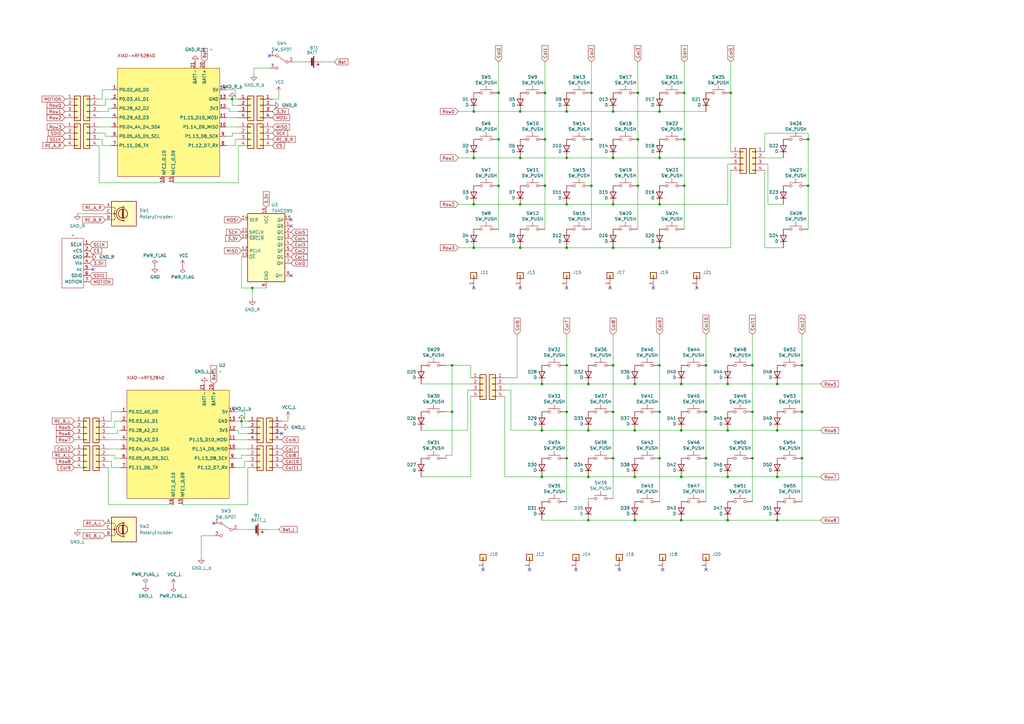
<source format=kicad_sch>
(kicad_sch (version 20250114) (generator "eeschema") (generator_version "9.0")
  (paper "A3")
  (title_block (title "nofy"))
  (junction (at 279.4 157.48))
  (junction (at 232.41 168.91))
  (junction (at 241.3 176.53))
  (junction (at 308.61 168.91))
  (junction (at 185.42 168.91))
  (junction (at 242.57 57.15))
  (junction (at 194.31 64.77))
  (junction (at 331.47 57.15))
  (junction (at 223.52 57.15))
  (junction (at 298.45 213.36))
  (junction (at 232.41 149.86))
  (junction (at 299.72 38.1))
  (junction (at 270.51 149.86))
  (junction (at 213.36 45.72))
  (junction (at 279.4 176.53))
  (junction (at 204.47 38.1))
  (junction (at 223.52 38.1))
  (junction (at 289.56 149.86))
  (junction (at 270.51 45.72))
  (junction (at 251.46 83.82))
  (junction (at 261.62 57.15))
  (junction (at 222.25 195.58))
  (junction (at 270.51 64.77))
  (junction (at 261.62 38.1))
  (junction (at 260.35 157.48))
  (junction (at 308.61 149.86))
  (junction (at 194.31 83.82))
  (junction (at 328.93 187.96))
  (junction (at 241.3 195.58))
  (junction (at 194.31 45.72))
  (junction (at 251.46 45.72))
  (junction (at 270.51 83.82))
  (junction (at 251.46 101.6))
  (junction (at 280.67 38.1))
  (junction (at 328.93 149.86))
  (junction (at 289.56 187.96))
  (junction (at 279.4 213.36))
  (junction (at 251.46 168.91))
  (junction (at 289.56 168.91))
  (junction (at 232.41 83.82))
  (junction (at 331.47 76.2))
  (junction (at 204.47 76.2))
  (junction (at 318.77 213.36))
  (junction (at 308.61 187.96))
  (junction (at 318.77 195.58))
  (junction (at 251.46 187.96))
  (junction (at 260.35 176.53))
  (junction (at 222.25 176.53))
  (junction (at 232.41 101.6))
  (junction (at 213.36 83.82))
  (junction (at 241.3 157.48))
  (junction (at 232.41 187.96))
  (junction (at 260.35 213.36))
  (junction (at 95.25 40.64))
  (junction (at 213.36 64.77))
  (junction (at 185.42 149.86))
  (junction (at 242.57 38.1))
  (junction (at 318.77 157.48))
  (junction (at 241.3 213.36))
  (junction (at 232.41 45.72))
  (junction (at 280.67 76.2))
  (junction (at 270.51 187.96))
  (junction (at 223.52 76.2))
  (junction (at 251.46 64.77))
  (junction (at 251.46 149.86))
  (junction (at 270.51 168.91))
  (junction (at 328.93 168.91))
  (junction (at 318.77 176.53))
  (junction (at 103.505 118.11))
  (junction (at 261.62 76.2))
  (junction (at 213.36 101.6))
  (junction (at 232.41 64.77))
  (junction (at 298.45 195.58))
  (junction (at 270.51 101.6))
  (junction (at 298.45 157.48))
  (junction (at 260.35 195.58))
  (junction (at 194.31 101.6))
  (junction (at 280.67 57.15))
  (junction (at 222.25 157.48))
  (junction (at 298.45 176.53))
  (junction (at 279.4 195.58))
  (junction (at 99.06 172.72))
  (junction (at 204.47 57.15))
  (junction (at 242.57 76.2))
  (no_connect (at 267.97 118.11))
  (no_connect (at 232.41 118.11))
  (no_connect (at 119.38 92.71))
  (no_connect (at 110.49 22.86))
  (no_connect (at 289.56 233.68))
  (no_connect (at 236.22 233.68))
  (no_connect (at 87.63 214.63))
  (no_connect (at 250.19 118.11))
  (no_connect (at 285.75 118.11))
  (no_connect (at 198.12 233.68))
  (no_connect (at 115.57 177.8))
  (no_connect (at 119.38 90.17))
  (no_connect (at 38.1 110.49))
  (no_connect (at 271.78 233.68))
  (no_connect (at 217.17 233.68))
  (no_connect (at 254 233.68))
  (no_connect (at 119.38 113.03))
  (no_connect (at 194.31 118.11))
  (no_connect (at 213.36 118.11))
  (wire (pts (xy 95.25 43.18) (xy 97.79 43.18)))
  (wire (pts (xy 298.45 213.36) (xy 318.77 213.36)))
  (wire (pts (xy 279.4 213.36) (xy 298.45 213.36)))
  (wire (pts (xy 298.45 176.53) (xy 318.77 176.53)))
  (wire (pts (xy 251.46 101.6) (xy 270.51 101.6)))
  (wire (pts (xy 96.52 176.53) (xy 97.79 176.53)))
  (wire (pts (xy 209.55 176.53) (xy 222.25 176.53)))
  (wire (pts (xy 251.46 83.82) (xy 232.41 83.82)))
  (wire (pts (xy 298.45 195.58) (xy 318.77 195.58)))
  (wire (pts (xy 308.61 187.96) (xy 308.61 205.74)))
  (wire (pts (xy 96.52 187.96) (xy 99.06 187.96)))
  (wire (pts (xy 71.12 74.93) (xy 97.79 74.93)))
  (wire (pts (xy 251.46 64.77) (xy 232.41 64.77)))
  (wire (pts (xy 313.69 64.77) (xy 321.31 64.77)))
  (wire (pts (xy 82.55 219.71) (xy 82.55 228.6)))
  (wire (pts (xy 40.64 45.72) (xy 44.45 45.72)))
  (wire (pts (xy 100.33 191.77) (xy 100.33 189.23)))
  (wire (pts (xy 213.36 83.82) (xy 194.31 83.82)))
  (wire (pts (xy 92.71 48.26) (xy 97.79 48.26)))
  (wire (pts (xy 207.01 160.02) (xy 209.55 160.02)))
  (wire (pts (xy 40.64 59.69) (xy 40.64 74.93)))
  (wire (pts (xy 44.45 44.45) (xy 44.45 45.72)))
  (wire (pts (xy 185.42 186.69) (xy 185.42 168.91)))
  (wire (pts (xy 232.41 168.91) (xy 232.41 187.96)))
  (wire (pts (xy 96.52 191.77) (xy 100.33 191.77)))
  (wire (pts (xy 279.4 213.36) (xy 260.35 213.36)))
  (wire (pts (xy 45.72 172.72) (xy 44.45 172.72)))
  (wire (pts (xy 209.55 160.02) (xy 209.55 176.53)))
  (wire (pts (xy 251.46 187.96) (xy 251.46 204.47)))
  (wire (pts (xy 289.56 168.91) (xy 289.56 187.96)))
  (wire (pts (xy 100.33 172.72) (xy 101.6 172.72)))
  (wire (pts (xy 223.52 25.4) (xy 223.52 38.1)))
  (wire (pts (xy 49.53 187.96) (xy 46.99 187.96)))
  (wire (pts (xy 118.11 171.45) (xy 118.11 172.72)))
  (wire (pts (xy 270.51 45.72) (xy 251.46 45.72)))
  (wire (pts (xy 194.31 45.72) (xy 187.96 45.72)))
  (wire (pts (xy 92.71 36.83) (xy 96.52 36.83)))
  (wire (pts (xy 41.91 57.15) (xy 40.64 57.15)))
  (wire (pts (xy 331.47 54.61) (xy 331.47 57.15)))
  (wire (pts (xy 132.08 25.4) (xy 137.16 25.4)))
  (wire (pts (xy 241.3 204.47) (xy 241.3 205.74)))
  (wire (pts (xy 191.77 176.53) (xy 172.72 176.53)))
  (wire (pts (xy 331.47 76.2) (xy 331.47 93.98)))
  (wire (pts (xy 101.6 207.01) (xy 101.6 191.77)))
  (wire (pts (xy 120.65 25.4) (xy 124.46 25.4)))
  (wire (pts (xy 193.04 162.56) (xy 193.04 195.58)))
  (wire (pts (xy 92.71 44.45) (xy 93.98 44.45)))
  (wire (pts (xy 45.72 168.91) (xy 45.72 172.72)))
  (wire (pts (xy 270.51 168.91) (xy 270.51 187.96)))
  (wire (pts (xy 46.99 186.69) (xy 44.45 186.69)))
  (wire (pts (xy 40.64 52.07) (xy 45.72 52.07)))
  (wire (pts (xy 270.51 83.82) (xy 298.45 83.82)))
  (wire (pts (xy 207.01 195.58) (xy 222.25 195.58)))
  (wire (pts (xy 242.57 76.2) (xy 242.57 93.98)))
  (wire (pts (xy 242.57 25.4) (xy 242.57 38.1)))
  (wire (pts (xy 104.14 27.94) (xy 104.14 30.48)))
  (wire (pts (xy 313.69 69.85) (xy 313.69 101.6)))
  (wire (pts (xy 213.36 101.6) (xy 194.31 101.6)))
  (wire (pts (xy 331.47 57.15) (xy 331.47 76.2)))
  (wire (pts (xy 299.72 69.85) (xy 299.72 101.6)))
  (wire (pts (xy 279.4 195.58) (xy 298.45 195.58)))
  (wire (pts (xy 31.75 217.17) (xy 43.18 217.17)))
  (wire (pts (xy 97.79 177.8) (xy 101.6 177.8)))
  (wire (pts (xy 280.67 76.2) (xy 280.67 93.98)))
  (wire (pts (xy 182.88 186.69) (xy 182.88 187.96)))
  (wire (pts (xy 96.52 168.91) (xy 100.33 168.91)))
  (wire (pts (xy 260.35 195.58) (xy 241.3 195.58)))
  (wire (pts (xy 270.51 137.16) (xy 270.51 149.86)))
  (wire (pts (xy 74.93 207.01) (xy 101.6 207.01)))
  (wire (pts (xy 43.18 55.88) (xy 43.18 54.61)))
  (wire (pts (xy 251.46 149.86) (xy 251.46 168.91)))
  (wire (pts (xy 46.99 187.96) (xy 46.99 186.69)))
  (wire (pts (xy 207.01 162.56) (xy 207.01 195.58)))
  (wire (pts (xy 313.69 62.23) (xy 313.69 54.61)))
  (wire (pts (xy 41.91 36.83) (xy 41.91 40.64)))
  (wire (pts (xy 43.18 54.61) (xy 40.64 54.61)))
  (wire (pts (xy 87.63 219.71) (xy 82.55 219.71)))
  (wire (pts (xy 110.49 27.94) (xy 104.14 27.94)))
  (wire (pts (xy 45.72 40.64) (xy 43.18 40.64)))
  (wire (pts (xy 313.69 67.31) (xy 314.96 67.31)))
  (wire (pts (xy 204.47 57.15) (xy 204.47 76.2)))
  (wire (pts (xy 212.09 137.16) (xy 212.09 154.94)))
  (wire (pts (xy 46.99 175.26) (xy 44.45 175.26)))
  (wire (pts (xy 46.99 172.72) (xy 46.99 175.26)))
  (wire (pts (xy 95.25 54.61) (xy 97.79 54.61)))
  (wire (pts (xy 44.45 207.01) (xy 44.45 191.77)))
  (wire (pts (xy 172.72 157.48) (xy 193.04 157.48)))
  (wire (pts (xy 103.505 118.11) (xy 103.505 122.555)))
  (wire (pts (xy 45.72 44.45) (xy 44.45 44.45)))
  (wire (pts (xy 279.4 176.53) (xy 260.35 176.53)))
  (wire (pts (xy 45.72 191.77) (xy 45.72 189.23)))
  (wire (pts (xy 232.41 45.72) (xy 213.36 45.72)))
  (wire (pts (xy 45.72 189.23) (xy 44.45 189.23)))
  (wire (pts (xy 328.93 187.96) (xy 328.93 205.74)))
  (wire (pts (xy 261.62 25.4) (xy 261.62 38.1)))
  (wire (pts (xy 328.93 137.16) (xy 328.93 149.86)))
  (wire (pts (xy 289.56 149.86) (xy 289.56 168.91)))
  (wire (pts (xy 289.56 187.96) (xy 289.56 205.74)))
  (wire (pts (xy 308.61 149.86) (xy 308.61 168.91)))
  (wire (pts (xy 232.41 101.6) (xy 213.36 101.6)))
  (wire (pts (xy 261.62 38.1) (xy 261.62 57.15)))
  (wire (pts (xy 204.47 38.1) (xy 204.47 57.15)))
  (wire (pts (xy 251.46 101.6) (xy 232.41 101.6)))
  (wire (pts (xy 241.3 195.58) (xy 222.25 195.58)))
  (wire (pts (xy 299.72 64.77) (xy 270.51 64.77)))
  (wire (pts (xy 100.33 189.23) (xy 101.6 189.23)))
  (wire (pts (xy 114.3 40.64) (xy 114.3 38.1)))
  (wire (pts (xy 96.52 172.72) (xy 99.06 172.72)))
  (wire (pts (xy 270.51 149.86) (xy 270.51 168.91)))
  (wire (pts (xy 95.25 40.64) (xy 95.25 43.18)))
  (wire (pts (xy 270.51 45.72) (xy 289.56 45.72)))
  (wire (pts (xy 308.61 137.16) (xy 308.61 149.86)))
  (wire (pts (xy 242.57 57.15) (xy 242.57 76.2)))
  (wire (pts (xy 298.45 157.48) (xy 318.77 157.48)))
  (wire (pts (xy 31.75 87.63) (xy 43.18 87.63)))
  (wire (pts (xy 49.53 191.77) (xy 45.72 191.77)))
  (wire (pts (xy 241.3 176.53) (xy 222.25 176.53)))
  (wire (pts (xy 270.51 64.77) (xy 251.46 64.77)))
  (wire (pts (xy 213.36 64.77) (xy 194.31 64.77)))
  (wire (pts (xy 260.35 157.48) (xy 241.3 157.48)))
  (wire (pts (xy 41.91 40.64) (xy 40.64 40.64)))
  (wire (pts (xy 49.53 168.91) (xy 45.72 168.91)))
  (wire (pts (xy 96.52 59.69) (xy 96.52 57.15)))
  (wire (pts (xy 99.06 172.72) (xy 99.06 175.26)))
  (wire (pts (xy 193.04 195.58) (xy 172.72 195.58)))
  (wire (pts (xy 92.71 40.64) (xy 95.25 40.64)))
  (wire (pts (xy 313.69 101.6) (xy 321.31 101.6)))
  (wire (pts (xy 40.64 48.26) (xy 45.72 48.26)))
  (wire (pts (xy 232.41 64.77) (xy 213.36 64.77)))
  (wire (pts (xy 314.96 83.82) (xy 321.31 83.82)))
  (wire (pts (xy 260.35 176.53) (xy 241.3 176.53)))
  (wire (pts (xy 191.77 160.02) (xy 191.77 176.53)))
  (wire (pts (xy 111.76 40.64) (xy 114.3 40.64)))
  (wire (pts (xy 318.77 176.53) (xy 336.55 176.53)))
  (wire (pts (xy 95.25 55.88) (xy 95.25 54.61)))
  (wire (pts (xy 96.52 40.64) (xy 97.79 40.64)))
  (wire (pts (xy 299.72 67.31) (xy 298.45 67.31)))
  (wire (pts (xy 194.31 64.77) (xy 187.96 64.77)))
  (wire (pts (xy 99.06 186.69) (xy 101.6 186.69)))
  (wire (pts (xy 93.98 44.45) (xy 93.98 45.72)))
  (wire (pts (xy 279.4 195.58) (xy 260.35 195.58)))
  (wire (pts (xy 261.62 76.2) (xy 261.62 93.98)))
  (wire (pts (xy 251.46 45.72) (xy 232.41 45.72)))
  (wire (pts (xy 182.88 186.69) (xy 185.42 186.69)))
  (wire (pts (xy 45.72 59.69) (xy 41.91 59.69)))
  (wire (pts (xy 241.3 157.48) (xy 222.25 157.48)))
  (wire (pts (xy 96.52 184.15) (xy 101.6 184.15)))
  (wire (pts (xy 251.46 137.16) (xy 251.46 149.86)))
  (wire (pts (xy 92.71 59.69) (xy 96.52 59.69)))
  (wire (pts (xy 100.33 168.91) (xy 100.33 172.72)))
  (wire (pts (xy 97.79 59.69) (xy 97.79 74.93)))
  (wire (pts (xy 182.88 149.86) (xy 185.42 149.86)))
  (wire (pts (xy 207.01 157.48) (xy 222.25 157.48)))
  (wire (pts (xy 48.26 176.53) (xy 48.26 177.8)))
  (wire (pts (xy 99.06 105.41) (xy 99.06 118.11)))
  (wire (pts (xy 204.47 25.4) (xy 204.47 38.1)))
  (wire (pts (xy 314.96 67.31) (xy 314.96 83.82)))
  (wire (pts (xy 280.67 57.15) (xy 280.67 76.2)))
  (wire (pts (xy 328.93 168.91) (xy 328.93 187.96)))
  (wire (pts (xy 232.41 149.86) (xy 232.41 168.91)))
  (wire (pts (xy 298.45 67.31) (xy 298.45 83.82)))
  (wire (pts (xy 93.98 45.72) (xy 97.79 45.72)))
  (wire (pts (xy 193.04 160.02) (xy 191.77 160.02)))
  (wire (pts (xy 270.51 187.96) (xy 270.51 205.74)))
  (wire (pts (xy 242.57 38.1) (xy 242.57 57.15)))
  (wire (pts (xy 44.45 184.15) (xy 49.53 184.15)))
  (wire (pts (xy 187.96 101.6) (xy 194.31 101.6)))
  (wire (pts (xy 115.57 172.72) (xy 118.11 172.72)))
  (wire (pts (xy 223.52 38.1) (xy 223.52 57.15)))
  (wire (pts (xy 299.72 101.6) (xy 270.51 101.6)))
  (wire (pts (xy 212.09 154.94) (xy 207.01 154.94)))
  (wire (pts (xy 194.31 83.82) (xy 187.96 83.82)))
  (wire (pts (xy 280.67 38.1) (xy 280.67 57.15)))
  (wire (pts (xy 313.69 54.61) (xy 331.47 54.61)))
  (wire (pts (xy 280.67 25.4) (xy 280.67 38.1)))
  (wire (pts (xy 109.22 118.11) (xy 103.505 118.11)))
  (wire (pts (xy 299.72 25.4) (xy 299.72 38.1)))
  (wire (pts (xy 279.4 157.48) (xy 260.35 157.48)))
  (wire (pts (xy 99.06 118.11) (xy 103.505 118.11)))
  (wire (pts (xy 241.3 213.36) (xy 222.25 213.36)))
  (wire (pts (xy 270.51 83.82) (xy 251.46 83.82)))
  (wire (pts (xy 232.41 137.16) (xy 232.41 149.86)))
  (wire (pts (xy 99.06 175.26) (xy 101.6 175.26)))
  (wire (pts (xy 49.53 172.72) (xy 46.99 172.72)))
  (wire (pts (xy 193.04 149.86) (xy 193.04 154.94)))
  (wire (pts (xy 318.77 213.36) (xy 336.55 213.36)))
  (wire (pts (xy 204.47 76.2) (xy 204.47 93.98)))
  (wire (pts (xy 41.91 59.69) (xy 41.91 57.15)))
  (wire (pts (xy 251.46 168.91) (xy 251.46 187.96)))
  (wire (pts (xy 97.79 176.53) (xy 97.79 177.8)))
  (wire (pts (xy 44.45 180.34) (xy 49.53 180.34)))
  (wire (pts (xy 45.72 55.88) (xy 43.18 55.88)))
  (wire (pts (xy 185.42 149.86) (xy 185.42 168.91)))
  (wire (pts (xy 279.4 176.53) (xy 298.45 176.53)))
  (wire (pts (xy 49.53 176.53) (xy 48.26 176.53)))
  (wire (pts (xy 44.45 177.8) (xy 48.26 177.8)))
  (wire (pts (xy 328.93 149.86) (xy 328.93 168.91)))
  (wire (pts (xy 318.77 195.58) (xy 336.55 195.58)))
  (wire (pts (xy 71.12 207.01) (xy 44.45 207.01)))
  (wire (pts (xy 279.4 157.48) (xy 298.45 157.48)))
  (wire (pts (xy 182.88 168.91) (xy 185.42 168.91)))
  (wire (pts (xy 223.52 57.15) (xy 223.52 76.2)))
  (wire (pts (xy 213.36 45.72) (xy 194.31 45.72)))
  (wire (pts (xy 96.52 57.15) (xy 97.79 57.15)))
  (wire (pts (xy 318.77 157.48) (xy 336.55 157.48)))
  (wire (pts (xy 109.22 217.17) (xy 114.3 217.17)))
  (wire (pts (xy 261.62 57.15) (xy 261.62 76.2)))
  (wire (pts (xy 299.72 38.1) (xy 299.72 62.23)))
  (wire (pts (xy 45.72 36.83) (xy 41.91 36.83)))
  (wire (pts (xy 260.35 213.36) (xy 241.3 213.36)))
  (wire (pts (xy 67.31 74.93) (xy 40.64 74.93)))
  (wire (pts (xy 38.1 110.49) (xy 36.83 110.49)))
  (wire (pts (xy 96.52 180.34) (xy 101.6 180.34)))
  (wire (pts (xy 92.71 55.88) (xy 95.25 55.88)))
  (wire (pts (xy 99.06 187.96) (xy 99.06 186.69)))
  (wire (pts (xy 308.61 168.91) (xy 308.61 187.96)))
  (wire (pts (xy 232.41 187.96) (xy 232.41 205.74)))
  (wire (pts (xy 97.79 217.17) (xy 101.6 217.17)))
  (wire (pts (xy 232.41 83.82) (xy 213.36 83.82)))
  (wire (pts (xy 289.56 137.16) (xy 289.56 149.86)))
  (wire (pts (xy 96.52 36.83) (xy 96.52 40.64)))
  (wire (pts (xy 185.42 149.86) (xy 193.04 149.86)))
  (wire (pts (xy 43.18 40.64) (xy 43.18 43.18)))
  (wire (pts (xy 92.71 52.07) (xy 97.79 52.07)))
  (wire (pts (xy 43.18 43.18) (xy 40.64 43.18)))
  (wire (pts (xy 223.52 76.2) (xy 223.52 93.98)))
  (global_label "Row1" (shape input) (at 26.67 45.72 180) (property "Intersheetrefs" "${INTERSHEET_REFS}" (effects (hide yes))))
  (global_label "Row2" (shape input) (at 187.96 83.82 180) (property "Intersheetrefs" "${INTERSHEET_REFS}" (effects (hide yes))))
  (global_label "Col6" (shape input) (at 115.57 180.34 0) (property "Intersheetrefs" "${INTERSHEET_REFS}" (effects (hide yes))))
  (global_label "Row1" (shape input) (at 187.96 64.77 180) (property "Intersheetrefs" "${INTERSHEET_REFS}" (effects (hide yes))))
  (global_label "Col0" (shape input) (at 119.38 107.95 0) (property "Intersheetrefs" "${INTERSHEET_REFS}" (effects (hide yes))))
  (global_label "Col3" (shape input) (at 261.62 25.4 90) (property "Intersheetrefs" "${INTERSHEET_REFS}" (effects (hide yes))))
  (global_label "RE_A_L" (shape input) (at 43.18 214.63 180) (property "Intersheetrefs" "${INTERSHEET_REFS}" (effects (hide yes))))
  (global_label "RE_A_R" (shape input) (at 26.67 59.69 180) (property "Intersheetrefs" "${INTERSHEET_REFS}" (effects (hide yes))))
  (global_label "3.3V" (shape input) (at 36.83 107.95 0) (property "Intersheetrefs" "${INTERSHEET_REFS}" (effects (hide yes))))
  (global_label "Bat_L" (shape input) (at 87.63 157.48 90) (property "Intersheetrefs" "${INTERSHEET_REFS}" (effects (hide yes))))
  (global_label "MISO" (shape input) (at 99.06 102.87 180) (property "Intersheetrefs" "${INTERSHEET_REFS}" (effects (hide yes))))
  (global_label "Col7" (shape input) (at 232.41 137.16 90) (property "Intersheetrefs" "${INTERSHEET_REFS}" (effects (hide yes))))
  (global_label "Col9" (shape input) (at 30.48 191.77 180) (property "Intersheetrefs" "${INTERSHEET_REFS}" (effects (hide yes))))
  (global_label "Col3" (shape input) (at 119.38 100.33 0) (property "Intersheetrefs" "${INTERSHEET_REFS}" (effects (hide yes))))
  (global_label "CS" (shape input) (at 36.83 102.87 0) (property "Intersheetrefs" "${INTERSHEET_REFS}" (effects (hide yes))))
  (global_label "SDIO" (shape input) (at 26.67 54.61 180) (property "Intersheetrefs" "${INTERSHEET_REFS}" (effects (hide yes))))
  (global_label "MOTION" (shape input) (at 36.83 115.57 0) (property "Intersheetrefs" "${INTERSHEET_REFS}" (effects (hide yes))))
  (global_label "Col6" (shape input) (at 212.09 137.16 90) (property "Intersheetrefs" "${INTERSHEET_REFS}" (effects (hide yes))))
  (global_label "Col12" (shape input) (at 328.93 137.16 90) (property "Intersheetrefs" "${INTERSHEET_REFS}" (effects (hide yes))))
  (global_label "Bat_L" (shape input) (at 114.3 217.17 0) (property "Intersheetrefs" "${INTERSHEET_REFS}" (effects (hide yes))))
  (global_label "Col11" (shape input) (at 308.61 137.16 90) (property "Intersheetrefs" "${INTERSHEET_REFS}" (effects (hide yes))))
  (global_label "3.3V" (shape input) (at 109.22 85.09 90) (property "Intersheetrefs" "${INTERSHEET_REFS}" (effects (hide yes))))
  (global_label "Row6" (shape input) (at 336.55 176.53 0) (property "Intersheetrefs" "${INTERSHEET_REFS}" (effects (hide yes))))
  (global_label "Row0" (shape input) (at 187.96 45.72 180) (property "Intersheetrefs" "${INTERSHEET_REFS}" (effects (hide yes))))
  (global_label "Col7" (shape input) (at 115.57 184.15 0) (property "Intersheetrefs" "${INTERSHEET_REFS}" (effects (hide yes))))
  (global_label "Col8" (shape input) (at 251.46 137.16 90) (property "Intersheetrefs" "${INTERSHEET_REFS}" (effects (hide yes))))
  (global_label "MISO" (shape input) (at 111.76 52.07 0) (property "Intersheetrefs" "${INTERSHEET_REFS}" (effects (hide yes))))
  (global_label "RE_B_R" (shape input) (at 43.18 90.17 180) (property "Intersheetrefs" "${INTERSHEET_REFS}" (effects (hide yes))))
  (global_label "Row2" (shape input) (at 26.67 48.26 180) (property "Intersheetrefs" "${INTERSHEET_REFS}" (effects (hide yes))))
  (global_label "Row5" (shape input) (at 336.55 157.48 0) (property "Intersheetrefs" "${INTERSHEET_REFS}" (effects (hide yes))))
  (global_label "Col10" (shape input) (at 115.57 189.23 0) (property "Intersheetrefs" "${INTERSHEET_REFS}" (effects (hide yes))))
  (global_label "Col1" (shape input) (at 119.38 105.41 0) (property "Intersheetrefs" "${INTERSHEET_REFS}" (effects (hide yes))))
  (global_label "Bat" (shape input) (at 83.82 25.4 90) (property "Intersheetrefs" "${INTERSHEET_REFS}" (effects (hide yes))))
  (global_label "SCK" (shape input) (at 111.76 54.61 0) (property "Intersheetrefs" "${INTERSHEET_REFS}" (effects (hide yes))))
  (global_label "Col2" (shape input) (at 119.38 102.87 0) (property "Intersheetrefs" "${INTERSHEET_REFS}" (effects (hide yes))))
  (global_label "MOTION" (shape input) (at 26.67 40.64 180) (property "Intersheetrefs" "${INTERSHEET_REFS}" (effects (hide yes))))
  (global_label "Col11" (shape input) (at 115.57 191.77 0) (property "Intersheetrefs" "${INTERSHEET_REFS}" (effects (hide yes))))
  (global_label "Row8" (shape input) (at 30.48 189.23 180) (property "Intersheetrefs" "${INTERSHEET_REFS}" (effects (hide yes))))
  (global_label "RE_A_R" (shape input) (at 43.18 85.09 180) (property "Intersheetrefs" "${INTERSHEET_REFS}" (effects (hide yes))))
  (global_label "Row3" (shape input) (at 187.96 101.6 180) (property "Intersheetrefs" "${INTERSHEET_REFS}" (effects (hide yes))))
  (global_label "SDIO" (shape input) (at 36.83 113.03 0) (property "Intersheetrefs" "${INTERSHEET_REFS}" (effects (hide yes))))
  (global_label "3.3V" (shape input) (at 99.06 97.79 180) (property "Intersheetrefs" "${INTERSHEET_REFS}" (effects (hide yes))))
  (global_label "Col4" (shape input) (at 280.67 25.4 90) (property "Intersheetrefs" "${INTERSHEET_REFS}" (effects (hide yes))))
  (global_label "Col4" (shape input) (at 119.38 97.79 0) (property "Intersheetrefs" "${INTERSHEET_REFS}" (effects (hide yes))))
  (global_label "RE_A_L" (shape input) (at 30.48 186.69 180) (property "Intersheetrefs" "${INTERSHEET_REFS}" (effects (hide yes))))
  (global_label "Row3" (shape input) (at 26.67 52.07 180) (property "Intersheetrefs" "${INTERSHEET_REFS}" (effects (hide yes))))
  (global_label "SCLK" (shape input) (at 26.67 57.15 180) (property "Intersheetrefs" "${INTERSHEET_REFS}" (effects (hide yes))))
  (global_label "3.3V" (shape input) (at 111.76 45.72 0) (property "Intersheetrefs" "${INTERSHEET_REFS}" (effects (hide yes))))
  (global_label "Col2" (shape input) (at 242.57 25.4 90) (property "Intersheetrefs" "${INTERSHEET_REFS}" (effects (hide yes))))
  (global_label "RE_B_L" (shape input) (at 43.18 219.71 180) (property "Intersheetrefs" "${INTERSHEET_REFS}" (effects (hide yes))))
  (global_label "Col5" (shape input) (at 299.72 25.4 90) (property "Intersheetrefs" "${INTERSHEET_REFS}" (effects (hide yes))))
  (global_label "Bat" (shape input) (at 137.16 25.4 0) (property "Intersheetrefs" "${INTERSHEET_REFS}" (effects (hide yes))))
  (global_label "RE_B_R" (shape input) (at 111.76 57.15 0) (property "Intersheetrefs" "${INTERSHEET_REFS}" (effects (hide yes))))
  (global_label "Row0" (shape input) (at 26.67 43.18 180) (property "Intersheetrefs" "${INTERSHEET_REFS}" (effects (hide yes))))
  (global_label "Col8" (shape input) (at 115.57 186.69 0) (property "Intersheetrefs" "${INTERSHEET_REFS}" (effects (hide yes))))
  (global_label "Row7" (shape input) (at 336.55 195.58 0) (property "Intersheetrefs" "${INTERSHEET_REFS}" (effects (hide yes))))
  (global_label "Row8" (shape input) (at 336.55 213.36 0) (property "Intersheetrefs" "${INTERSHEET_REFS}" (effects (hide yes))))
  (global_label "Col10" (shape input) (at 289.56 137.16 90) (property "Intersheetrefs" "${INTERSHEET_REFS}" (effects (hide yes))))
  (global_label "Col9" (shape input) (at 270.51 137.16 90) (property "Intersheetrefs" "${INTERSHEET_REFS}" (effects (hide yes))))
  (global_label "SCLK" (shape input) (at 36.83 100.33 0) (property "Intersheetrefs" "${INTERSHEET_REFS}" (effects (hide yes))))
  (global_label "Col1" (shape input) (at 223.52 25.4 90) (property "Intersheetrefs" "${INTERSHEET_REFS}" (effects (hide yes))))
  (global_label "Row5" (shape input) (at 30.48 175.26 180) (property "Intersheetrefs" "${INTERSHEET_REFS}" (effects (hide yes))))
  (global_label "Row7" (shape input) (at 30.48 180.34 180) (property "Intersheetrefs" "${INTERSHEET_REFS}" (effects (hide yes))))
  (global_label "MOSI" (shape input) (at 99.06 90.17 180) (property "Intersheetrefs" "${INTERSHEET_REFS}" (effects (hide yes))))
  (global_label "Row6" (shape input) (at 30.48 177.8 180) (property "Intersheetrefs" "${INTERSHEET_REFS}" (effects (hide yes))))
  (global_label "CS" (shape input) (at 111.76 59.69 0) (property "Intersheetrefs" "${INTERSHEET_REFS}" (effects (hide yes))))
  (global_label "SCK" (shape input) (at 99.06 95.25 180) (property "Intersheetrefs" "${INTERSHEET_REFS}" (effects (hide yes))))
  (global_label "Col12" (shape input) (at 30.48 184.15 180) (property "Intersheetrefs" "${INTERSHEET_REFS}" (effects (hide yes))))
  (global_label "Col5" (shape input) (at 119.38 95.25 0) (property "Intersheetrefs" "${INTERSHEET_REFS}" (effects (hide yes))))
  (global_label "MOSI" (shape input) (at 111.76 48.26 0) (property "Intersheetrefs" "${INTERSHEET_REFS}" (effects (hide yes))))
  (global_label "RE_B_L" (shape input) (at 30.48 172.72 180) (property "Intersheetrefs" "${INTERSHEET_REFS}" (effects (hide yes))))
  (global_label "Col0" (shape input) (at 204.47 25.4 90) (property "Intersheetrefs" "${INTERSHEET_REFS}" (effects (hide yes))))
  (symbol (lib_id "Device:D") (at 270.51 97.79 270) (mirror x) (unit 1)
    (property "Reference" "D20" (at 268.5034 96.6216 90) (effects (justify right)))
    (property "Value" "D" (at 268.5034 98.933 90) (effects (justify right)))
    (property "Footprint" "_kicad_footprints:Diode_SMD" (effects (hide yes)))
  )
  (symbol (lib_id "Switch:SW_Push") (at 326.39 76.2 0) (mirror y) (unit 1)
    (property "Reference" "SW27" (at 326.39 69.723 0))
    (property "Value" "SW_PUSH" (at 326.39 72.0344 0))
    (property "Footprint" "nofy:Choc_v2_Hotswap_1u_17mm" (effects (hide yes)))
  )
  (symbol (lib_id "nofy:PIn1x4") (at 102.87 62.23 0) (unit 1)
    (property "Reference" "J35" (effects (hide yes)))
    (property "Value" "PIn1x4" (effects (hide yes)))
    (property "Footprint" "nofy:Pin1x4" (effects (hide yes)))
  )
  (symbol (lib_id "Switch:SW_Push") (at 237.49 76.2 0) (mirror y) (unit 1)
    (property "Reference" "SW15" (at 237.49 69.723 0))
    (property "Value" "SW_PUSH" (at 237.49 72.0344 0))
    (property "Footprint" "nofy:Choc_v2_Hotswap_1u_17mm" (effects (hide yes)))
  )
  (symbol (lib_id "Switch:SW_Push") (at 294.64 38.1 0) (mirror y) (unit 1)
    (property "Reference" "SW25" (at 294.64 31.623 0))
    (property "Value" "SW_PUSH" (at 294.64 33.9344 0))
    (property "Footprint" "nofy:Choc_v2_Hotswap_1u_17mm" (effects (hide yes)))
  )
  (symbol (lib_id "power:GND") (at 59.69 240.03 0) (unit 1)
    (property "Reference" "#PWR03" (effects (hide yes)))
    (property "Value" "GND_L" (at 59.817 244.4242 0))
  )
  (symbol (lib_id "Connector_Generic:Conn_01x01") (at 217.17 228.6 90) (unit 1)
    (property "Reference" "J12" (at 219.71 227.3299 90) (effects (justify right)))
    (property "Value" "Conn_01x01-Connector_Generic" (effects (hide yes)))
    (property "Footprint" "nofy:MountingHole_2.2mm_M2" (effects (hide yes)))
    (property "Description" "Generic connector, single row, 01x01, script generated (kicad-library-utils/schlib/autogen/connector/)" (effects (hide yes)))
  )
  (symbol (lib_id "nofy:PIn1x4") (at 106.68 50.8 0) (mirror y) (unit 1)
    (property "Reference" "J38" (effects (hide yes)))
    (property "Value" "PIn1x4" (effects (hide yes)))
    (property "Footprint" "nofy:Pin1x4" (effects (hide yes)))
  )
  (symbol (lib_id "Switch:SW_Push") (at 177.8 168.91 0) (mirror y) (unit 1)
    (property "Reference" "SW30" (at 177.8 162.433 0))
    (property "Value" "SW_PUSH" (at 177.8 164.7444 0))
    (property "Footprint" "nofy:Choc_v2_Hotswap_1u_17mm" (effects (hide yes)))
  )
  (symbol (lib_id "Connector_Generic:Conn_01x01") (at 198.12 228.6 90) (unit 1)
    (property "Reference" "J10" (at 200.66 227.3299 90) (effects (justify right)))
    (property "Value" "Conn_01x01-Connector_Generic" (effects (hide yes)))
    (property "Footprint" "nofy:MountingHole_2.2mm_M2" (effects (hide yes)))
    (property "Description" "Generic connector, single row, 01x01, script generated (kicad-library-utils/schlib/autogen/connector/)" (effects (hide yes)))
  )
  (symbol (lib_id "Device:D") (at 279.4 153.67 270) (mirror x) (unit 1)
    (property "Reference" "D40" (at 277.3934 152.5016 90) (effects (justify right)))
    (property "Value" "D" (at 277.3934 154.813 90) (effects (justify right)))
    (property "Footprint" "_kicad_footprints:Diode_SMD" (effects (hide yes)))
  )
  (symbol (lib_id "Device:D") (at 172.72 153.67 270) (mirror x) (unit 1)
    (property "Reference" "D25" (at 170.7134 152.5016 90) (effects (justify right)))
    (property "Value" "D" (at 170.7134 154.813 90) (effects (justify right)))
    (property "Footprint" "_kicad_footprints:Diode_SMD" (effects (hide yes)))
  )
  (symbol (lib_id "Device:D") (at 172.72 172.72 270) (mirror x) (unit 1)
    (property "Reference" "D26" (at 170.7134 171.5516 90) (effects (justify right)))
    (property "Value" "D" (at 170.7134 173.863 90) (effects (justify right)))
    (property "Footprint" "_kicad_footprints:Diode_SMD" (effects (hide yes)))
  )
  (symbol (lib_id "Device:D") (at 232.41 60.96 270) (mirror x) (unit 1)
    (property "Reference" "D10" (at 230.4034 59.7916 90) (effects (justify right)))
    (property "Value" "D" (at 230.4034 62.103 90) (effects (justify right)))
    (property "Footprint" "_kicad_footprints:Diode_SMD" (effects (hide yes)))
  )
  (symbol (lib_id "Device:D") (at 260.35 153.67 270) (mirror x) (unit 1)
    (property "Reference" "D36" (at 258.3434 152.5016 90) (effects (justify right)))
    (property "Value" "D" (at 258.3434 154.813 90) (effects (justify right)))
    (property "Footprint" "_kicad_footprints:Diode_SMD" (effects (hide yes)))
  )
  (symbol (lib_id "Switch:SW_Push") (at 265.43 168.91 0) (mirror y) (unit 1)
    (property "Reference" "SW41" (at 265.43 162.433 0))
    (property "Value" "SW_PUSH" (at 265.43 164.7444 0))
    (property "Footprint" "nofy:Choc_v2_Hotswap_1u_17mm" (effects (hide yes)))
  )
  (symbol (lib_id "Device:D") (at 279.4 172.72 270) (mirror x) (unit 1)
    (property "Reference" "D41" (at 277.3934 171.5516 90) (effects (justify right)))
    (property "Value" "D" (at 277.3934 173.863 90) (effects (justify right)))
    (property "Footprint" "_kicad_footprints:Diode_SMD" (effects (hide yes)))
  )
  (symbol (lib_id "Switch:SW_Push") (at 256.54 76.2 0) (mirror y) (unit 1)
    (property "Reference" "SW19" (at 256.54 69.723 0))
    (property "Value" "SW_PUSH" (at 256.54 72.0344 0))
    (property "Footprint" "nofy:Choc_v2_Hotswap_1u_17mm" (effects (hide yes)))
  )
  (symbol (lib_id "Switch:SW_Push") (at 227.33 187.96 0) (mirror y) (unit 1)
    (property "Reference" "SW34" (at 227.33 181.483 0))
    (property "Value" "SW_PUSH" (at 227.33 183.7944 0))
    (property "Footprint" "nofy:Choc_v2_Hotswap_1u_17mm" (effects (hide yes)))
  )
  (symbol (lib_id "Switch:SW_Push") (at 323.85 187.96 0) (mirror y) (unit 1)
    (property "Reference" "SW54" (at 323.85 181.483 0))
    (property "Value" "SW_PUSH" (at 323.85 183.7944 0))
    (property "Footprint" "nofy:Choc_v2_Hotswap_1u_17mm" (effects (hide yes)))
  )
  (symbol (lib_id "Switch:SW_Push") (at 256.54 93.98 0) (mirror y) (unit 1)
    (property "Reference" "SW20" (at 256.54 87.503 0))
    (property "Value" "SW_PUSH" (at 256.54 89.8144 0))
    (property "Footprint" "nofy:Choc_v2_Hotswap_1u_17mm" (effects (hide yes)))
  )
  (symbol (lib_id "Device:RotaryEncoder") (at 50.8 87.63 0) (unit 1)
    (property "Reference" "SW1" (at 57.15 86.3599 0) (effects (justify left)))
    (property "Value" "RotaryEncoder" (at 57.15 88.8999 0) (effects (justify left)))
    (property "Footprint" "nofy:RotaryEncoder_EC12E" (effects (hide yes)))
    (property "Description" "Rotary encoder, dual channel, incremental quadrate outputs" (effects (hide yes)))
  )
  (symbol (lib_name "GND_1") (lib_id "power:GND") (at 95.25 40.64 180) (unit 1)
    (property "Reference" "#PWR011" (effects (hide yes)))
    (property "Value" "GND_R_b" (at 95.25 35.56 0))
    (property "Description" "Power symbol creates a global label with name \"GND\" , ground" (effects (hide yes)))
  )
  (symbol (lib_id "Device:D") (at 251.46 80.01 270) (mirror x) (unit 1)
    (property "Reference" "D15" (at 249.4534 78.8416 90) (effects (justify right)))
    (property "Value" "D" (at 249.4534 81.153 90) (effects (justify right)))
    (property "Footprint" "_kicad_footprints:Diode_SMD" (effects (hide yes)))
  )
  (symbol (lib_id "Device:D") (at 270.51 80.01 270) (mirror x) (unit 1)
    (property "Reference" "D19" (at 268.5034 78.8416 90) (effects (justify right)))
    (property "Value" "D" (at 268.5034 81.153 90) (effects (justify right)))
    (property "Footprint" "_kicad_footprints:Diode_SMD" (effects (hide yes)))
  )
  (symbol (lib_id "Device:D") (at 194.31 41.91 270) (mirror x) (unit 1)
    (property "Reference" "D1" (at 192.3034 40.7416 90) (effects (justify right)))
    (property "Value" "D" (at 192.3034 43.053 90) (effects (justify right)))
    (property "Footprint" "_kicad_footprints:Diode_SMD" (effects (hide yes)))
  )
  (symbol (lib_id "Switch:SW_Push") (at 256.54 57.15 0) (mirror y) (unit 1)
    (property "Reference" "SW18" (at 256.54 50.673 0))
    (property "Value" "SW_PUSH" (at 256.54 52.9844 0))
    (property "Footprint" "nofy:Choc_v2_Hotswap_1u_17mm" (effects (hide yes)))
  )
  (symbol (lib_id "Device:D") (at 318.77 209.55 270) (mirror x) (unit 1)
    (property "Reference" "D51" (at 316.7634 208.3816 90) (effects (justify right)))
    (property "Value" "D" (at 316.7634 210.693 90) (effects (justify right)))
    (property "Footprint" "_kicad_footprints:Diode_SMD" (effects (hide yes)))
  )
  (symbol (lib_id "Device:D") (at 321.31 60.96 270) (mirror x) (unit 1)
    (property "Reference" "D22" (at 319.3034 59.7916 90) (effects (justify right)))
    (property "Value" "D" (at 319.3034 62.103 90) (effects (justify right)))
    (property "Footprint" "_kicad_footprints:Diode_SMD" (effects (hide yes)))
  )
  (symbol (lib_id "Switch:SW_Push") (at 326.39 93.98 0) (mirror y) (unit 1)
    (property "Reference" "SW28" (at 326.39 87.503 0))
    (property "Value" "SW_PUSH" (at 326.39 89.8144 0))
    (property "Footprint" "nofy:Choc_v2_Hotswap_1u_17mm" (effects (hide yes)))
  )
  (symbol (lib_id "nofy:PIn1x4") (at 110.49 194.31 0) (mirror y) (unit 1)
    (property "Reference" "J29" (effects (hide yes)))
    (property "Value" "PIn1x4" (effects (hide yes)))
    (property "Footprint" "nofy:Pin1x4" (effects (hide yes)))
  )
  (symbol (lib_id "Device:D") (at 298.45 209.55 270) (mirror x) (unit 1)
    (property "Reference" "D47" (at 296.4434 208.3816 90) (effects (justify right)))
    (property "Value" "D" (at 296.4434 210.693 90) (effects (justify right)))
    (property "Footprint" "_kicad_footprints:Diode_SMD" (effects (hide yes)))
  )
  (symbol (lib_id "Switch:SW_Push") (at 199.39 57.15 0) (mirror y) (unit 1)
    (property "Reference" "SW6" (at 199.39 50.673 0))
    (property "Value" "SW_PUSH" (at 199.39 52.9844 0))
    (property "Footprint" "nofy:Choc_v2_Hotswap_1u_17mm" (effects (hide yes)))
  )
  (symbol (lib_id "Switch:SW_Push") (at 237.49 93.98 0) (mirror y) (unit 1)
    (property "Reference" "SW16" (at 237.49 87.503 0))
    (property "Value" "SW_PUSH" (at 237.49 89.8144 0))
    (property "Footprint" "nofy:Choc_v2_Hotswap_1u_17mm" (effects (hide yes)))
  )
  (symbol (lib_id "power:PWR_FLAG") (at 59.69 240.03 0) (unit 1)
    (property "Reference" "#FLG01" (effects (hide yes)))
    (property "Value" "PWR_FLAG_L" (at 59.69 235.6104 0))
  )
  (symbol (lib_id "power:VCC") (at 118.11 171.45 0) (unit 1)
    (property "Reference" "#PWR020" (effects (hide yes)))
    (property "Value" "VCC_L" (at 118.5418 167.0558 0))
  )
  (symbol (lib_id "Device:D") (at 222.25 191.77 270) (mirror x) (unit 1)
    (property "Reference" "D30" (at 220.2434 190.6016 90) (effects (justify right)))
    (property "Value" "D" (at 220.2434 192.913 90) (effects (justify right)))
    (property "Footprint" "_kicad_footprints:Diode_SMD" (effects (hide yes)))
  )
  (symbol (lib_id "power:GND") (at 103.505 122.555 0) (unit 1)
    (property "Reference" "#PWR013" (effects (hide yes)))
    (property "Value" "GND_R" (at 103.505 127 0))
  )
  (symbol (lib_id "Device:D") (at 194.31 80.01 270) (mirror x) (unit 1)
    (property "Reference" "D3" (at 192.3034 78.8416 90) (effects (justify right)))
    (property "Value" "D" (at 192.3034 81.153 90) (effects (justify right)))
    (property "Footprint" "_kicad_footprints:Diode_SMD" (effects (hide yes)))
  )
  (symbol (lib_id "Device:D") (at 232.41 41.91 270) (mirror x) (unit 1)
    (property "Reference" "D9" (at 230.4034 40.7416 90) (effects (justify right)))
    (property "Value" "D" (at 230.4034 43.053 90) (effects (justify right)))
    (property "Footprint" "_kicad_footprints:Diode_SMD" (effects (hide yes)))
  )
  (symbol (lib_id "Device:D") (at 298.45 172.72 270) (mirror x) (unit 1)
    (property "Reference" "D45" (at 296.4434 171.5516 90) (effects (justify right)))
    (property "Value" "D" (at 296.4434 173.863 90) (effects (justify right)))
    (property "Footprint" "_kicad_footprints:Diode_SMD" (effects (hide yes)))
  )
  (symbol (lib_id "nofy:PIn1x4") (at 304.8 72.39 0) (unit 1)
    (property "Reference" "J22" (effects (hide yes)))
    (property "Value" "PIn1x4" (effects (hide yes)))
    (property "Footprint" "nofy:Pin1x4" (effects (hide yes)))
  )
  (symbol (lib_id "Device:Battery_Cell") (at 104.14 217.17 270) (unit 1)
    (property "Reference" "B1" (at 104.14 211.455 90) (effects (justify left)))
    (property "Value" "BATT_L" (at 102.87 213.36 90) (effects (justify left)))
    (property "Footprint" "_kicad_footprints:JST_S2B-PH-SM4-TB" (effects (hide yes)))
  )
  (symbol (lib_id "Device:D") (at 251.46 41.91 270) (mirror x) (unit 1)
    (property "Reference" "D13" (at 249.4534 40.7416 90) (effects (justify right)))
    (property "Value" "D" (at 249.4534 43.053 90) (effects (justify right)))
    (property "Footprint" "_kicad_footprints:Diode_SMD" (effects (hide yes)))
  )
  (symbol (lib_id "Switch:SW_Push") (at 265.43 149.86 0) (mirror y) (unit 1)
    (property "Reference" "SW40" (at 265.43 143.383 0))
    (property "Value" "SW_PUSH" (at 265.43 145.6944 0))
    (property "Footprint" "nofy:Choc_v2_Hotswap_1u_17mm" (effects (hide yes)))
  )
  (symbol (lib_id "Device:D") (at 232.41 97.79 270) (mirror x) (unit 1)
    (property "Reference" "D12" (at 230.4034 96.6216 90) (effects (justify right)))
    (property "Value" "D" (at 230.4034 98.933 90) (effects (justify right)))
    (property "Footprint" "_kicad_footprints:Diode_SMD" (effects (hide yes)))
  )
  (symbol (lib_name "GND_1") (lib_id "power:GND") (at 36.83 105.41 90) (unit 1)
    (property "Reference" "#PWR02" (effects (hide yes)))
    (property "Value" "GND_R" (at 40.64 105.4099 90) (effects (justify right)))
    (property "Description" "Power symbol creates a global label with name \"GND\" , ground" (effects (hide yes)))
  )
  (symbol (lib_id "Connector_Generic:Conn_01x01") (at 285.75 113.03 90) (unit 1)
    (property "Reference" "J21" (at 288.29 111.7599 90) (effects (justify right)))
    (property "Value" "Conn_01x01-Connector_Generic" (effects (hide yes)))
    (property "Footprint" "nofy:MountingHole_2.2mm_M2" (effects (hide yes)))
    (property "Description" "Generic connector, single row, 01x01, script generated (kicad-library-utils/schlib/autogen/connector/)" (effects (hide yes)))
  )
  (symbol (lib_id "Device:D") (at 251.46 60.96 270) (mirror x) (unit 1)
    (property "Reference" "D14" (at 249.4534 59.7916 90) (effects (justify right)))
    (property "Value" "D" (at 249.4534 62.103 90) (effects (justify right)))
    (property "Footprint" "_kicad_footprints:Diode_SMD" (effects (hide yes)))
  )
  (symbol (lib_id "Switch:SW_Push") (at 199.39 76.2 0) (mirror y) (unit 1)
    (property "Reference" "SW7" (at 199.39 69.723 0))
    (property "Value" "SW_PUSH" (at 199.39 72.0344 0))
    (property "Footprint" "nofy:Choc_v2_Hotswap_1u_17mm" (effects (hide yes)))
  )
  (symbol (lib_id "Connector_Generic:Conn_01x01") (at 250.19 113.03 90) (unit 1)
    (property "Reference" "J17" (at 252.73 111.7599 90) (effects (justify right)))
    (property "Value" "Conn_01x01-Connector_Generic" (effects (hide yes)))
    (property "Footprint" "nofy:MountingHole_2.2mm_M2" (effects (hide yes)))
    (property "Description" "Generic connector, single row, 01x01, script generated (kicad-library-utils/schlib/autogen/connector/)" (effects (hide yes)))
  )
  (symbol (lib_id "Switch:SW_Push") (at 199.39 38.1 0) (mirror y) (unit 1)
    (property "Reference" "SW5" (at 199.39 31.623 0))
    (property "Value" "SW_PUSH" (at 199.39 33.9344 0))
    (property "Footprint" "nofy:Choc_v2_Hotswap_1u_17mm" (effects (hide yes)))
  )
  (symbol (lib_id "Switch:SW_Push") (at 265.43 187.96 0) (mirror y) (unit 1)
    (property "Reference" "SW42" (at 265.43 181.483 0))
    (property "Value" "SW_PUSH" (at 265.43 183.7944 0))
    (property "Footprint" "nofy:Choc_v2_Hotswap_1u_17mm" (effects (hide yes)))
  )
  (symbol (lib_id "Device:D") (at 279.4 191.77 270) (mirror x) (unit 1)
    (property "Reference" "D42" (at 277.3934 190.6016 90) (effects (justify right)))
    (property "Value" "D" (at 277.3934 192.913 90) (effects (justify right)))
    (property "Footprint" "_kicad_footprints:Diode_SMD" (effects (hide yes)))
  )
  (symbol (lib_id "Switch:SW_Push") (at 256.54 38.1 0) (mirror y) (unit 1)
    (property "Reference" "SW17" (at 256.54 31.623 0))
    (property "Value" "SW_PUSH" (at 256.54 33.9344 0))
    (property "Footprint" "nofy:Choc_v2_Hotswap_1u_17mm" (effects (hide yes)))
  )
  (symbol (lib_id "74xx:74HC595") (at 109.22 100.33 0) (unit 1)
    (property "Reference" "U3" (at 111.2394 83.9302 0) (effects (justify left)))
    (property "Value" "74HC595" (at 111.2394 86.4671 0) (effects (justify left)))
    (property "Footprint" "Package_SO:SOIC-16_3.9x9.9mm_P1.27mm" (effects (hide yes)))
    (property "Datasheet" "http://www.ti.com/lit/ds/symlink/sn74hc595.pdf" (effects (hide yes)))
    (property "LCSC Part Number" "C10092" (effects (hide yes)))
  )
  (symbol (lib_id "power:PWR_FLAG") (at 71.12 240.03 180) (unit 1)
    (property "Reference" "#FLG02" (effects (hide yes)))
    (property "Value" "PWR_FLAG_L" (at 71.12 244.4242 0))
  )
  (symbol (lib_name "GND_1") (lib_id "power:GND") (at 99.06 172.72 180) (unit 1)
    (property "Reference" "#PWR012" (effects (hide yes)))
    (property "Value" "GND_L_b" (at 99.06 167.64 0))
    (property "Description" "Power symbol creates a global label with name \"GND\" , ground" (effects (hide yes)))
  )
  (symbol (lib_id "Switch:SW_Push") (at 323.85 205.74 0) (mirror y) (unit 1)
    (property "Reference" "SW55" (at 323.85 199.263 0))
    (property "Value" "SW_PUSH" (at 323.85 201.5744 0))
    (property "Footprint" "nofy:Choc_v2_Hotswap_1u_17mm" (effects (hide yes)))
  )
  (symbol (lib_id "Switch:SW_Push") (at 199.39 93.98 0) (mirror y) (unit 1)
    (property "Reference" "SW8" (at 199.39 87.503 0))
    (property "Value" "SW_PUSH" (at 199.39 89.8144 0))
    (property "Footprint" "nofy:Choc_v2_Hotswap_1u_17mm" (effects (hide yes)))
  )
  (symbol (lib_id "Switch:SW_SPDT") (at 115.57 25.4 0) (mirror y) (unit 1)
    (property "Reference" "SW4" (at 115.57 17.78 0))
    (property "Value" "SW_SPDT" (at 115.57 20.32 0))
    (property "Footprint" "_kicad_footprints:TGSW_MSK-12D19" (effects (hide yes)))
  )
  (symbol (lib_id "Switch:SW_Push") (at 275.59 57.15 0) (mirror y) (unit 1)
    (property "Reference" "SW22" (at 275.59 50.673 0))
    (property "Value" "SW_PUSH" (at 275.59 52.9844 0))
    (property "Footprint" "nofy:Choc_v2_Hotswap_1u_17mm" (effects (hide yes)))
  )
  (symbol (lib_id "nofy:PIn1x4") (at 198.12 165.1 0) (unit 1)
    (property "Reference" "J24" (effects (hide yes)))
    (property "Value" "PIn1x4" (effects (hide yes)))
    (property "Footprint" "nofy:Pin1x4" (effects (hide yes)))
  )
  (symbol (lib_id "Switch:SW_Push") (at 246.38 187.96 0) (mirror y) (unit 1)
    (property "Reference" "SW38" (at 246.38 181.483 0))
    (property "Value" "SW_PUSH" (at 246.38 183.7944 0))
    (property "Footprint" "nofy:Choc_v2_Hotswap_1u_17mm" (effects (hide yes)))
  )
  (symbol (lib_id "nofy:PIn1x4") (at 102.87 50.8 0) (unit 1)
    (property "Reference" "J34" (effects (hide yes)))
    (property "Value" "PIn1x4" (effects (hide yes)))
    (property "Footprint" "nofy:Pin1x4" (effects (hide yes)))
  )
  (symbol (lib_id "Device:D") (at 172.72 191.77 270) (mirror x) (unit 1)
    (property "Reference" "D27" (at 170.7134 190.6016 90) (effects (justify right)))
    (property "Value" "D" (at 170.7134 192.913 90) (effects (justify right)))
    (property "Footprint" "_kicad_footprints:Diode_SMD" (effects (hide yes)))
  )
  (symbol (lib_id "Switch:SW_Push") (at 284.48 205.74 0) (mirror y) (unit 1)
    (property "Reference" "SW47" (at 284.48 199.263 0))
    (property "Value" "SW_PUSH" (at 284.48 201.5744 0))
    (property "Footprint" "nofy:Choc_v2_Hotswap_1u_17mm" (effects (hide yes)))
  )
  (symbol (lib_id "Device:D") (at 213.36 80.01 270) (mirror x) (unit 1)
    (property "Reference" "D7" (at 211.3534 78.8416 90) (effects (justify right)))
    (property "Value" "D" (at 211.3534 81.153 90) (effects (justify right)))
    (property "Footprint" "_kicad_footprints:Diode_SMD" (effects (hide yes)))
  )
  (symbol (lib_id "Switch:SW_Push") (at 246.38 204.47 0) (mirror y) (unit 1)
    (property "Reference" "SW39" (at 246.38 197.993 0))
    (property "Value" "SW_PUSH" (at 246.38 200.3044 0))
    (property "Footprint" "nofy:Choc_v2_Hotswap_1u_17mm" (effects (hide yes)))
  )
  (symbol (lib_id "Connector_Generic:Conn_01x01") (at 213.36 113.03 90) (unit 1)
    (property "Reference" "J13" (at 215.9 111.7599 90) (effects (justify right)))
    (property "Value" "Conn_01x01-Connector_Generic" (effects (hide yes)))
    (property "Footprint" "nofy:MountingHole_2.2mm_M2" (effects (hide yes)))
    (property "Description" "Generic connector, single row, 01x01, script generated (kicad-library-utils/schlib/autogen/connector/)" (effects (hide yes)))
  )
  (symbol (lib_id "Switch:SW_Push") (at 237.49 38.1 0) (mirror y) (unit 1)
    (property "Reference" "SW13" (at 237.49 31.623 0))
    (property "Value" "SW_PUSH" (at 237.49 33.9344 0))
    (property "Footprint" "nofy:Choc_v2_Hotswap_1u_17mm" (effects (hide yes)))
  )
  (symbol (lib_id "Device:D") (at 222.25 209.55 270) (mirror x) (unit 1)
    (property "Reference" "D31" (at 220.2434 208.3816 90) (effects (justify right)))
    (property "Value" "D" (at 220.2434 210.693 90) (effects (justify right)))
    (property "Footprint" "_kicad_footprints:Diode_SMD" (effects (hide yes)))
  )
  (symbol (lib_id "nofy:PIn1x4") (at 308.61 72.39 0) (mirror y) (unit 1)
    (property "Reference" "J23" (effects (hide yes)))
    (property "Value" "PIn1x4" (effects (hide yes)))
    (property "Footprint" "nofy:Pin1x4" (effects (hide yes)))
  )
  (symbol (lib_id "Switch:SW_Push") (at 303.53 149.86 0) (mirror y) (unit 1)
    (property "Reference" "SW48" (at 303.53 143.383 0))
    (property "Value" "SW_PUSH" (at 303.53 145.6944 0))
    (property "Footprint" "nofy:Choc_v2_Hotswap_1u_17mm" (effects (hide yes)))
  )
  (symbol (lib_id "Connector_Generic:Conn_01x01") (at 194.31 113.03 90) (unit 1)
    (property "Reference" "J11" (at 196.85 111.7599 90) (effects (justify right)))
    (property "Value" "Conn_01x01-Connector_Generic" (effects (hide yes)))
    (property "Footprint" "nofy:MountingHole_2.2mm_M2" (effects (hide yes)))
    (property "Description" "Generic connector, single row, 01x01, script generated (kicad-library-utils/schlib/autogen/connector/)" (effects (hide yes)))
  )
  (symbol (lib_id "Device:D") (at 270.51 41.91 270) (mirror x) (unit 1)
    (property "Reference" "D17" (at 268.5034 40.7416 90) (effects (justify right)))
    (property "Value" "D" (at 268.5034 43.053 90) (effects (justify right)))
    (property "Footprint" "_kicad_footprints:Diode_SMD" (effects (hide yes)))
  )
  (symbol (lib_id "Device:D") (at 241.3 172.72 270) (mirror x) (unit 1)
    (property "Reference" "D33" (at 239.2934 171.5516 90) (effects (justify right)))
    (property "Value" "D" (at 239.2934 173.863 90) (effects (justify right)))
    (property "Footprint" "_kicad_footprints:Diode_SMD" (effects (hide yes)))
  )
  (symbol (lib_id "Device:D") (at 298.45 153.67 270) (mirror x) (unit 1)
    (property "Reference" "D44" (at 296.4434 152.5016 90) (effects (justify right)))
    (property "Value" "D" (at 296.4434 154.813 90) (effects (justify right)))
    (property "Footprint" "_kicad_footprints:Diode_SMD" (effects (hide yes)))
  )
  (symbol (lib_id "Device:D") (at 298.45 191.77 270) (mirror x) (unit 1)
    (property "Reference" "D46" (at 296.4434 190.6016 90) (effects (justify right)))
    (property "Value" "D" (at 296.4434 192.913 90) (effects (justify right)))
    (property "Footprint" "_kicad_footprints:Diode_SMD" (effects (hide yes)))
  )
  (symbol (lib_id "Switch:SW_Push") (at 275.59 76.2 0) (mirror y) (unit 1)
    (property "Reference" "SW23" (at 275.59 69.723 0))
    (property "Value" "SW_PUSH" (at 275.59 72.0344 0))
    (property "Footprint" "nofy:Choc_v2_Hotswap_1u_17mm" (effects (hide yes)))
  )
  (symbol (lib_id "Switch:SW_Push") (at 303.53 168.91 0) (mirror y) (unit 1)
    (property "Reference" "SW49" (at 303.53 162.433 0))
    (property "Value" "SW_PUSH" (at 303.53 164.7444 0))
    (property "Footprint" "nofy:Choc_v2_Hotswap_1u_17mm" (effects (hide yes)))
  )
  (symbol (lib_id "Device:D") (at 194.31 60.96 270) (mirror x) (unit 1)
    (property "Reference" "D2" (at 192.3034 59.7916 90) (effects (justify right)))
    (property "Value" "D" (at 192.3034 62.103 90) (effects (justify right)))
    (property "Footprint" "_kicad_footprints:Diode_SMD" (effects (hide yes)))
  )
  (symbol (lib_id "nofy:PIn1x4") (at 106.68 182.88 0) (unit 1)
    (property "Reference" "J26" (effects (hide yes)))
    (property "Value" "PIn1x4" (effects (hide yes)))
    (property "Footprint" "nofy:Pin1x4" (effects (hide yes)))
  )
  (symbol (lib_id "Switch:SW_Push") (at 237.49 57.15 0) (mirror y) (unit 1)
    (property "Reference" "SW14" (at 237.49 50.673 0))
    (property "Value" "SW_PUSH" (at 237.49 52.9844 0))
    (property "Footprint" "nofy:Choc_v2_Hotswap_1u_17mm" (effects (hide yes)))
  )
  (symbol (lib_id "Device:D") (at 260.35 172.72 270) (mirror x) (unit 1)
    (property "Reference" "D37" (at 258.3434 171.5516 90) (effects (justify right)))
    (property "Value" "D" (at 258.3434 173.863 90) (effects (justify right)))
    (property "Footprint" "_kicad_footprints:Diode_SMD" (effects (hide yes)))
  )
  (symbol (lib_id "nofy:PIn1x4") (at 106.68 62.23 0) (mirror y) (unit 1)
    (property "Reference" "J39" (effects (hide yes)))
    (property "Value" "PIn1x4" (effects (hide yes)))
    (property "Footprint" "nofy:Pin1x4" (effects (hide yes)))
  )
  (symbol (lib_id "Device:D") (at 318.77 153.67 270) (mirror x) (unit 1)
    (property "Reference" "D48" (at 316.7634 152.5016 90) (effects (justify right)))
    (property "Value" "D" (at 316.7634 154.813 90) (effects (justify right)))
    (property "Footprint" "_kicad_footprints:Diode_SMD" (effects (hide yes)))
  )
  (symbol (lib_id "Switch:SW_Push") (at 323.85 168.91 0) (mirror y) (unit 1)
    (property "Reference" "SW53" (at 323.85 162.433 0))
    (property "Value" "SW_PUSH" (at 323.85 164.7444 0))
    (property "Footprint" "nofy:Choc_v2_Hotswap_1u_17mm" (effects (hide yes)))
  )
  (symbol (lib_id "nofy:PIn1x4") (at 39.37 194.31 0) (mirror y) (unit 1)
    (property "Reference" "J33" (effects (hide yes)))
    (property "Value" "PIn1x4" (effects (hide yes)))
    (property "Footprint" "nofy:Pin1x4" (effects (hide yes)))
  )
  (symbol (lib_id "Switch:SW_Push") (at 218.44 93.98 0) (mirror y) (unit 1)
    (property "Reference" "SW12" (at 218.44 87.503 0))
    (property "Value" "SW_PUSH" (at 218.44 89.8144 0))
    (property "Footprint" "nofy:Choc_v2_Hotswap_1u_17mm" (effects (hide yes)))
  )
  (symbol (lib_id "nofy:XIAO-nRF52840") (at 39.37 153.67 0) (unit 1)
    (property "Reference" "U2" (at 89.7733 149.86 0) (effects (justify left)))
    (property "Value" "~" (at 89.7733 152.4 0) (effects (justify left)))
    (property "Footprint" "_kicad_footprints:XIAO_nRF52840_wBAT_wNFC_1" (effects (hide yes)))
  )
  (symbol (lib_id "nofy:PIn1x4") (at 31.75 62.23 0) (unit 1)
    (property "Reference" "J37" (effects (hide yes)))
    (property "Value" "PIn1x4" (effects (hide yes)))
    (property "Footprint" "nofy:Pin1x4" (effects (hide yes)))
  )
  (symbol (lib_id "power:GND") (at 63.5 109.22 0) (unit 1)
    (property "Reference" "#PWR06" (effects (hide yes)))
    (property "Value" "GND" (at 63.627 113.6142 0))
  )
  (symbol (lib_id "nofy:PIn1x4") (at 35.56 50.8 0) (mirror y) (unit 1)
    (property "Reference" "J40" (effects (hide yes)))
    (property "Value" "PIn1x4" (effects (hide yes)))
    (property "Footprint" "nofy:Pin1x4" (effects (hide yes)))
  )
  (symbol (lib_id "nofy:PIn1x4") (at 110.49 182.88 0) (mirror y) (unit 1)
    (property "Reference" "J27" (effects (hide yes)))
    (property "Value" "PIn1x4" (effects (hide yes)))
    (property "Footprint" "nofy:Pin1x4" (effects (hide yes)))
  )
  (symbol (lib_id "power:VCC") (at 114.3 38.1 0) (unit 1)
    (property "Reference" "#PWR018" (effects (hide yes)))
    (property "Value" "VCC" (at 114.7318 33.7058 0))
  )
  (symbol (lib_id "Switch:SW_Push") (at 227.33 205.74 0) (mirror y) (unit 1)
    (property "Reference" "SW35" (at 227.33 199.263 0))
    (property "Value" "SW_PUSH" (at 227.33 201.5744 0))
    (property "Footprint" "nofy:Choc_v2_Hotswap_1u_17mm" (effects (hide yes)))
  )
  (symbol (lib_id "Device:D") (at 321.31 97.79 270) (mirror x) (unit 1)
    (property "Reference" "D24" (at 319.3034 96.6216 90) (effects (justify right)))
    (property "Value" "D" (at 319.3034 98.933 90) (effects (justify right)))
    (property "Footprint" "_kicad_footprints:Diode_SMD" (effects (hide yes)))
  )
  (symbol (lib_id "Switch:SW_Push") (at 275.59 93.98 0) (mirror y) (unit 1)
    (property "Reference" "SW24" (at 275.59 87.503 0))
    (property "Value" "SW_PUSH" (at 275.59 89.8144 0))
    (property "Footprint" "nofy:Choc_v2_Hotswap_1u_17mm" (effects (hide yes)))
  )
  (symbol (lib_id "Device:D") (at 222.25 153.67 270) (mirror x) (unit 1)
    (property "Reference" "D28" (at 220.2434 152.5016 90) (effects (justify right)))
    (property "Value" "D" (at 220.2434 154.813 90) (effects (justify right)))
    (property "Footprint" "_kicad_footprints:Diode_SMD" (effects (hide yes)))
  )
  (symbol (lib_id "Switch:SW_Push") (at 246.38 149.86 0) (mirror y) (unit 1)
    (property "Reference" "SW36" (at 246.38 143.383 0))
    (property "Value" "SW_PUSH" (at 246.38 145.6944 0))
    (property "Footprint" "nofy:Choc_v2_Hotswap_1u_17mm" (effects (hide yes)))
  )
  (symbol (lib_name "GND_1") (lib_id "power:GND") (at 83.82 157.48 180) (unit 1)
    (property "Reference" "#PWR010" (effects (hide yes)))
    (property "Value" "GND_L_b" (at 83.82 152.4 0))
    (property "Description" "Power symbol creates a global label with name \"GND\" , ground" (effects (hide yes)))
  )
  (symbol (lib_id "Device:D") (at 241.3 209.55 270) (mirror x) (unit 1)
    (property "Reference" "D35" (at 239.2934 208.3816 90) (effects (justify right)))
    (property "Value" "D" (at 239.2934 210.693 90) (effects (justify right)))
    (property "Footprint" "_kicad_footprints:Diode_SMD" (effects (hide yes)))
  )
  (symbol (lib_id "Connector_Generic:Conn_01x01") (at 254 228.6 90) (unit 1)
    (property "Reference" "J16" (at 256.54 227.3299 90) (effects (justify right)))
    (property "Value" "Conn_01x01-Connector_Generic" (effects (hide yes)))
    (property "Footprint" "nofy:MountingHole_2.2mm_M2" (effects (hide yes)))
    (property "Description" "Generic connector, single row, 01x01, script generated (kicad-library-utils/schlib/autogen/connector/)" (effects (hide yes)))
  )
  (symbol (lib_name "GND_1") (lib_id "power:GND") (at 115.57 175.26 90) (unit 1)
    (property "Reference" "#PWR019" (effects (hide yes)))
    (property "Value" "GND_L" (at 119.38 175.2599 90) (effects (justify right)))
    (property "Description" "Power symbol creates a global label with name \"GND\" , ground" (effects (hide yes)))
  )
  (symbol (lib_id "Device:Battery_Cell") (at 127 25.4 270) (unit 1)
    (property "Reference" "BT1" (at 127 19.685 90) (effects (justify left)))
    (property "Value" "BATT" (at 125.73 21.59 90) (effects (justify left)))
    (property "Footprint" "_kicad_footprints:JST_S2B-PH-SM4-TB" (effects (hide yes)))
  )
  (symbol (lib_id "Device:D") (at 213.36 60.96 270) (mirror x) (unit 1)
    (property "Reference" "D6" (at 211.3534 59.7916 90) (effects (justify right)))
    (property "Value" "D" (at 211.3534 62.103 90) (effects (justify right)))
    (property "Footprint" "_kicad_footprints:Diode_SMD" (effects (hide yes)))
  )
  (symbol (lib_id "Switch:SW_SPDT") (at 92.71 217.17 0) (mirror y) (unit 1)
    (property "Reference" "SW3" (at 92.71 209.55 0))
    (property "Value" "SW_SPDT" (at 92.71 212.09 0))
    (property "Footprint" "_kicad_footprints:TGSW_MSK-12D19" (effects (hide yes)))
  )
  (symbol (lib_id "Switch:SW_Push") (at 323.85 149.86 0) (mirror y) (unit 1)
    (property "Reference" "SW52" (at 323.85 143.383 0))
    (property "Value" "SW_PUSH" (at 323.85 145.6944 0))
    (property "Footprint" "nofy:Choc_v2_Hotswap_1u_17mm" (effects (hide yes)))
  )
  (symbol (lib_id "Switch:SW_Push") (at 227.33 149.86 0) (mirror y) (unit 1)
    (property "Reference" "SW32" (at 227.33 143.383 0))
    (property "Value" "SW_PUSH" (at 227.33 145.6944 0))
    (property "Footprint" "nofy:Choc_v2_Hotswap_1u_17mm" (effects (hide yes)))
  )
  (symbol (lib_id "Device:D") (at 251.46 97.79 270) (mirror x) (unit 1)
    (property "Reference" "D16" (at 249.4534 96.6216 90) (effects (justify right)))
    (property "Value" "D" (at 249.4534 98.933 90) (effects (justify right)))
    (property "Footprint" "_kicad_footprints:Diode_SMD" (effects (hide yes)))
  )
  (symbol (lib_id "Device:D") (at 318.77 191.77 270) (mirror x) (unit 1)
    (property "Reference" "D50" (at 316.7634 190.6016 90) (effects (justify right)))
    (property "Value" "D" (at 316.7634 192.913 90) (effects (justify right)))
    (property "Footprint" "_kicad_footprints:Diode_SMD" (effects (hide yes)))
  )
  (symbol (lib_id "Switch:SW_Push") (at 284.48 187.96 0) (mirror y) (unit 1)
    (property "Reference" "SW46" (at 284.48 181.483 0))
    (property "Value" "SW_PUSH" (at 284.48 183.7944 0))
    (property "Footprint" "nofy:Choc_v2_Hotswap_1u_17mm" (effects (hide yes)))
  )
  (symbol (lib_id "Switch:SW_Push") (at 303.53 187.96 0) (mirror y) (unit 1)
    (property "Reference" "SW50" (at 303.53 181.483 0))
    (property "Value" "SW_PUSH" (at 303.53 183.7944 0))
    (property "Footprint" "nofy:Choc_v2_Hotswap_1u_17mm" (effects (hide yes)))
  )
  (symbol (lib_id "power:GND") (at 82.55 228.6 0) (unit 1)
    (property "Reference" "#PWR09" (effects (hide yes)))
    (property "Value" "GND_L_b" (at 82.677 232.9942 0))
  )
  (symbol (lib_id "Device:D") (at 321.31 80.01 270) (mirror x) (unit 1)
    (property "Reference" "D23" (at 319.3034 78.8416 90) (effects (justify right)))
    (property "Value" "D" (at 319.3034 81.153 90) (effects (justify right)))
    (property "Footprint" "_kicad_footprints:Diode_SMD" (effects (hide yes)))
  )
  (symbol (lib_id "Device:D") (at 279.4 209.55 270) (mirror x) (unit 1)
    (property "Reference" "D43" (at 277.3934 208.3816 90) (effects (justify right)))
    (property "Value" "D" (at 277.3934 210.693 90) (effects (justify right)))
    (property "Footprint" "_kicad_footprints:Diode_SMD" (effects (hide yes)))
  )
  (symbol (lib_id "nofy:XIAO-nRF52840") (at 35.56 21.59 0) (unit 1)
    (property "Reference" "U1" (effects (hide yes)))
    (property "Value" "~" (at 85.9633 20.32 0) (effects (justify left)))
    (property "Footprint" "_kicad_footprints:XIAO_nRF52840_wBAT_wNFC_1" (effects (hide yes)))
  )
  (symbol (lib_id "Device:D") (at 241.3 191.77 270) (mirror x) (unit 1)
    (property "Reference" "D34" (at 239.2934 190.6016 90) (effects (justify right)))
    (property "Value" "D" (at 239.2934 192.913 90) (effects (justify right)))
    (property "Footprint" "_kicad_footprints:Diode_SMD" (effects (hide yes)))
  )
  (symbol (lib_id "Switch:SW_Push") (at 218.44 38.1 0) (mirror y) (unit 1)
    (property "Reference" "SW9" (at 218.44 31.623 0))
    (property "Value" "SW_PUSH" (at 218.44 33.9344 0))
    (property "Footprint" "nofy:Choc_v2_Hotswap_1u_17mm" (effects (hide yes)))
  )
  (symbol (lib_id "nofy:PIn1x4") (at 106.68 194.31 0) (unit 1)
    (property "Reference" "J28" (effects (hide yes)))
    (property "Value" "PIn1x4" (effects (hide yes)))
    (property "Footprint" "nofy:Pin1x4" (effects (hide yes)))
  )
  (symbol (lib_id "Device:D") (at 241.3 153.67 270) (mirror x) (unit 1)
    (property "Reference" "D32" (at 239.2934 152.5016 90) (effects (justify right)))
    (property "Value" "D" (at 239.2934 154.813 90) (effects (justify right)))
    (property "Footprint" "_kicad_footprints:Diode_SMD" (effects (hide yes)))
  )
  (symbol (lib_id "my:pmw3610_breakout") (at 31.75 97.79 0) (unit 1)
    (property "Reference" "J2" (effects (hide yes)))
    (property "Value" "~" (at 29.845 96.52 0))
    (property "Footprint" "_kicad_footprints:pmw3610_connector" (effects (hide yes)))
  )
  (symbol (lib_id "Device:D") (at 289.56 41.91 270) (mirror x) (unit 1)
    (property "Reference" "D21" (at 287.5534 40.7416 90) (effects (justify right)))
    (property "Value" "D" (at 287.5534 43.053 90) (effects (justify right)))
    (property "Footprint" "_kicad_footprints:Diode_SMD" (effects (hide yes)))
  )
  (symbol (lib_id "Switch:SW_Push") (at 265.43 205.74 0) (mirror y) (unit 1)
    (property "Reference" "SW43" (at 265.43 199.263 0))
    (property "Value" "SW_PUSH" (at 265.43 201.5744 0))
    (property "Footprint" "nofy:Choc_v2_Hotswap_1u_17mm" (effects (hide yes)))
  )
  (symbol (lib_id "Connector_Generic:Conn_01x01") (at 271.78 228.6 90) (unit 1)
    (property "Reference" "J18" (at 274.32 227.3299 90) (effects (justify right)))
    (property "Value" "Conn_01x01-Connector_Generic" (effects (hide yes)))
    (property "Footprint" "nofy:MountingHole_2.2mm_M2" (effects (hide yes)))
    (property "Description" "Generic connector, single row, 01x01, script generated (kicad-library-utils/schlib/autogen/connector/)" (effects (hide yes)))
  )
  (symbol (lib_id "Switch:SW_Push") (at 246.38 168.91 0) (mirror y) (unit 1)
    (property "Reference" "SW37" (at 246.38 162.433 0))
    (property "Value" "SW_PUSH" (at 246.38 164.7444 0))
    (property "Footprint" "nofy:Choc_v2_Hotswap_1u_17mm" (effects (hide yes)))
  )
  (symbol (lib_id "Switch:SW_Push") (at 303.53 205.74 0) (mirror y) (unit 1)
    (property "Reference" "SW51" (at 303.53 199.263 0))
    (property "Value" "SW_PUSH" (at 303.53 201.5744 0))
    (property "Footprint" "nofy:Choc_v2_Hotswap_1u_17mm" (effects (hide yes)))
  )
  (symbol (lib_id "Connector_Generic:Conn_01x01") (at 267.97 113.03 90) (unit 1)
    (property "Reference" "J19" (at 270.51 111.7599 90) (effects (justify right)))
    (property "Value" "Conn_01x01-Connector_Generic" (effects (hide yes)))
    (property "Footprint" "nofy:MountingHole_2.2mm_M2" (effects (hide yes)))
    (property "Description" "Generic connector, single row, 01x01, script generated (kicad-library-utils/schlib/autogen/connector/)" (effects (hide yes)))
  )
  (symbol (lib_name "GND_2") (lib_id "power:GND") (at 31.75 87.63 0) (unit 1)
    (property "Reference" "#PWR01" (effects (hide yes)))
    (property "Value" "GND_R" (at 31.75 92.71 0))
    (property "Description" "Power symbol creates a global label with name \"GND\" , ground" (effects (hide yes)))
  )
  (symbol (lib_id "Switch:SW_Push") (at 218.44 57.15 0) (mirror y) (unit 1)
    (property "Reference" "SW10" (at 218.44 50.673 0))
    (property "Value" "SW_PUSH" (at 218.44 52.9844 0))
    (property "Footprint" "nofy:Choc_v2_Hotswap_1u_17mm" (effects (hide yes)))
  )
  (symbol (lib_id "nofy:PIn1x4") (at 35.56 194.31 0) (unit 1)
    (property "Reference" "J32" (effects (hide yes)))
    (property "Value" "PIn1x4" (effects (hide yes)))
    (property "Footprint" "nofy:Pin1x4" (effects (hide yes)))
  )
  (symbol (lib_id "Device:D") (at 194.31 97.79 270) (mirror x) (unit 1)
    (property "Reference" "D4" (at 192.3034 96.6216 90) (effects (justify right)))
    (property "Value" "D" (at 192.3034 98.933 90) (effects (justify right)))
    (property "Footprint" "_kicad_footprints:Diode_SMD" (effects (hide yes)))
  )
  (symbol (lib_id "Connector_Generic:Conn_01x01") (at 236.22 228.6 90) (unit 1)
    (property "Reference" "J14" (at 238.76 227.3299 90) (effects (justify right)))
    (property "Value" "Conn_01x01-Connector_Generic" (effects (hide yes)))
    (property "Footprint" "nofy:MountingHole_2.2mm_M2" (effects (hide yes)))
    (property "Description" "Generic connector, single row, 01x01, script generated (kicad-library-utils/schlib/autogen/connector/)" (effects (hide yes)))
  )
  (symbol (lib_name "GND_1") (lib_id "power:GND") (at 80.01 25.4 180) (unit 1)
    (property "Reference" "#PWR08" (effects (hide yes)))
    (property "Value" "GND_R_b" (at 80.01 20.32 0))
    (property "Description" "Power symbol creates a global label with name \"GND\" , ground" (effects (hide yes)))
  )
  (symbol (lib_id "Device:RotaryEncoder") (at 50.8 217.17 0) (unit 1)
    (property "Reference" "SW2" (at 57.15 215.8999 0) (effects (justify left)))
    (property "Value" "RotaryEncoder" (at 57.15 218.4399 0) (effects (justify left)))
    (property "Footprint" "nofy:RotaryEncoder_EC12E" (effects (hide yes)))
    (property "Description" "Rotary encoder, dual channel, incremental quadrate outputs" (effects (hide yes)))
  )
  (symbol (lib_name "GND_1") (lib_id "power:GND") (at 111.76 43.18 90) (unit 1)
    (property "Reference" "#PWR017" (effects (hide yes)))
    (property "Value" "GND_R" (at 115.57 43.1799 90) (effects (justify right)))
    (property "Description" "Power symbol creates a global label with name \"GND\" , ground" (effects (hide yes)))
  )
  (symbol (lib_id "Device:D") (at 270.51 60.96 270) (mirror x) (unit 1)
    (property "Reference" "D18" (at 268.5034 59.7916 90) (effects (justify right)))
    (property "Value" "D" (at 268.5034 62.103 90) (effects (justify right)))
    (property "Footprint" "_kicad_footprints:Diode_SMD" (effects (hide yes)))
  )
  (symbol (lib_id "power:VCC") (at 74.93 109.22 0) (unit 1)
    (property "Reference" "#PWR07" (effects (hide yes)))
    (property "Value" "VCC" (at 75.3618 104.8258 0))
  )
  (symbol (lib_id "nofy:PIn1x4") (at 35.56 182.88 0) (unit 1)
    (property "Reference" "J30" (effects (hide yes)))
    (property "Value" "PIn1x4" (effects (hide yes)))
    (property "Footprint" "nofy:Pin1x4" (effects (hide yes)))
  )
  (symbol (lib_id "power:PWR_FLAG") (at 74.93 109.22 180) (unit 1)
    (property "Reference" "#FLG04" (effects (hide yes)))
    (property "Value" "PWR_FLAG" (at 74.93 113.6142 0))
  )
  (symbol (lib_id "power:GND") (at 104.14 30.48 0) (unit 1)
    (property "Reference" "#PWR014" (effects (hide yes)))
    (property "Value" "GND_R_b" (at 104.267 34.8742 0))
  )
  (symbol (lib_id "nofy:PIn1x4") (at 31.75 50.8 0) (unit 1)
    (property "Reference" "J36" (effects (hide yes)))
    (property "Value" "PIn1x4" (effects (hide yes)))
    (property "Footprint" "nofy:Pin1x4" (effects (hide yes)))
  )
  (symbol (lib_id "power:VCC") (at 71.12 240.03 0) (unit 1)
    (property "Reference" "#PWR05" (effects (hide yes)))
    (property "Value" "VCC_L" (at 71.5518 235.6358 0))
  )
  (symbol (lib_id "Device:D") (at 222.25 172.72 270) (mirror x) (unit 1)
    (property "Reference" "D29" (at 220.2434 171.5516 90) (effects (justify right)))
    (property "Value" "D" (at 220.2434 173.863 90) (effects (justify right)))
    (property "Footprint" "_kicad_footprints:Diode_SMD" (effects (hide yes)))
  )
  (symbol (lib_id "nofy:PIn1x4") (at 35.56 62.23 0) (mirror y) (unit 1)
    (property "Reference" "J41" (effects (hide yes)))
    (property "Value" "PIn1x4" (effects (hide yes)))
    (property "Footprint" "nofy:Pin1x4" (effects (hide yes)))
  )
  (symbol (lib_id "Device:D") (at 232.41 80.01 270) (mirror x) (unit 1)
    (property "Reference" "D11" (at 230.4034 78.8416 90) (effects (justify right)))
    (property "Value" "D" (at 230.4034 81.153 90) (effects (justify right)))
    (property "Footprint" "_kicad_footprints:Diode_SMD" (effects (hide yes)))
  )
  (symbol (lib_id "Switch:SW_Push") (at 284.48 149.86 0) (mirror y) (unit 1)
    (property "Reference" "SW44" (at 284.48 143.383 0))
    (property "Value" "SW_PUSH" (at 284.48 145.6944 0))
    (property "Footprint" "nofy:Choc_v2_Hotswap_1u_17mm" (effects (hide yes)))
  )
  (symbol (lib_id "Switch:SW_Push") (at 326.39 57.15 0) (mirror y) (unit 1)
    (property "Reference" "SW26" (at 326.39 50.673 0))
    (property "Value" "SW_PUSH" (at 326.39 52.9844 0))
    (property "Footprint" "nofy:Choc_v2_Hotswap_1u_17mm" (effects (hide yes)))
  )
  (symbol (lib_id "Device:D") (at 213.36 97.79 270) (mirror x) (unit 1)
    (property "Reference" "D8" (at 211.3534 96.6216 90) (effects (justify right)))
    (property "Value" "D" (at 211.3534 98.933 90) (effects (justify right)))
    (property "Footprint" "_kicad_footprints:Diode_SMD" (effects (hide yes)))
  )
  (symbol (lib_id "Switch:SW_Push") (at 218.44 76.2 0) (mirror y) (unit 1)
    (property "Reference" "SW11" (at 218.44 69.723 0))
    (property "Value" "SW_PUSH" (at 218.44 72.0344 0))
    (property "Footprint" "nofy:Choc_v2_Hotswap_1u_17mm" (effects (hide yes)))
  )
  (symbol (lib_id "Switch:SW_Push") (at 284.48 168.91 0) (mirror y) (unit 1)
    (property "Reference" "SW45" (at 284.48 162.433 0))
    (property "Value" "SW_PUSH" (at 284.48 164.7444 0))
    (property "Footprint" "nofy:Choc_v2_Hotswap_1u_17mm" (effects (hide yes)))
  )
  (symbol (lib_name "GND_2") (lib_id "power:GND") (at 31.75 217.17 0) (unit 1)
    (property "Reference" "#PWR04" (effects (hide yes)))
    (property "Value" "GND_L" (at 31.75 222.25 0))
    (property "Description" "Power symbol creates a global label with name \"GND\" , ground" (effects (hide yes)))
  )
  (symbol (lib_id "Device:D") (at 260.35 209.55 270) (mirror x) (unit 1)
    (property "Reference" "D39" (at 258.3434 208.3816 90) (effects (justify right)))
    (property "Value" "D" (at 258.3434 210.693 90) (effects (justify right)))
    (property "Footprint" "_kicad_footprints:Diode_SMD" (effects (hide yes)))
  )
  (symbol (lib_id "power:PWR_FLAG") (at 63.5 109.22 0) (unit 1)
    (property "Reference" "#FLG03" (effects (hide yes)))
    (property "Value" "PWR_FLAG" (at 63.5 104.8004 0))
  )
  (symbol (lib_id "Device:D") (at 318.77 172.72 270) (mirror x) (unit 1)
    (property "Reference" "D49" (at 316.7634 171.5516 90) (effects (justify right)))
    (property "Value" "D" (at 316.7634 173.863 90) (effects (justify right)))
    (property "Footprint" "_kicad_footprints:Diode_SMD" (effects (hide yes)))
  )
  (symbol (lib_id "nofy:PIn1x4") (at 39.37 182.88 0) (mirror y) (unit 1)
    (property "Reference" "J31" (effects (hide yes)))
    (property "Value" "PIn1x4" (effects (hide yes)))
    (property "Footprint" "nofy:Pin1x4" (effects (hide yes)))
  )
  (symbol (lib_id "Switch:SW_Push") (at 275.59 38.1 0) (mirror y) (unit 1)
    (property "Reference" "SW21" (at 275.59 31.623 0))
    (property "Value" "SW_PUSH" (at 275.59 33.9344 0))
    (property "Footprint" "nofy:Choc_v2_Hotswap_1u_17mm" (effects (hide yes)))
  )
  (symbol (lib_id "nofy:PIn1x4") (at 201.93 165.1 0) (mirror y) (unit 1)
    (property "Reference" "J25" (effects (hide yes)))
    (property "Value" "PIn1x4" (effects (hide yes)))
    (property "Footprint" "nofy:Pin1x4" (effects (hide yes)))
  )
  (symbol (lib_id "Switch:SW_Push") (at 177.8 149.86 0) (mirror y) (unit 1)
    (property "Reference" "SW29" (at 177.8 143.383 0))
    (property "Value" "SW_PUSH" (at 177.8 145.6944 0))
    (property "Footprint" "nofy:Choc_v2_Hotswap_1u_17mm" (effects (hide yes)))
  )
  (symbol (lib_id "Switch:SW_Push") (at 227.33 168.91 0) (mirror y) (unit 1)
    (property "Reference" "SW33" (at 227.33 162.433 0))
    (property "Value" "SW_PUSH" (at 227.33 164.7444 0))
    (property "Footprint" "nofy:Choc_v2_Hotswap_1u_17mm" (effects (hide yes)))
  )
  (symbol (lib_id "Device:D") (at 260.35 191.77 270) (mirror x) (unit 1)
    (property "Reference" "D38" (at 258.3434 190.6016 90) (effects (justify right)))
    (property "Value" "D" (at 258.3434 192.913 90) (effects (justify right)))
    (property "Footprint" "_kicad_footprints:Diode_SMD" (effects (hide yes)))
  )
  (symbol (lib_id "Device:D") (at 213.36 41.91 270) (mirror x) (unit 1)
    (property "Reference" "D5" (at 211.3534 40.7416 90) (effects (justify right)))
    (property "Value" "D" (at 211.3534 43.053 90) (effects (justify right)))
    (property "Footprint" "_kicad_footprints:Diode_SMD" (effects (hide yes)))
  )
  (symbol (lib_id "Connector_Generic:Conn_01x01") (at 232.41 113.03 90) (unit 1)
    (property "Reference" "J15" (at 234.95 111.7599 90) (effects (justify right)))
    (property "Value" "Conn_01x01-Connector_Generic" (effects (hide yes)))
    (property "Footprint" "nofy:MountingHole_2.2mm_M2" (effects (hide yes)))
    (property "Description" "Generic connector, single row, 01x01, script generated (kicad-library-utils/schlib/autogen/connector/)" (effects (hide yes)))
  )
  (symbol (lib_id "Connector_Generic:Conn_01x01") (at 289.56 228.6 90) (unit 1)
    (property "Reference" "J20" (at 292.1 227.3299 90) (effects (justify right)))
    (property "Value" "Conn_01x01-Connector_Generic" (effects (hide yes)))
    (property "Footprint" "nofy:MountingHole_2.2mm_M2" (effects (hide yes)))
    (property "Description" "Generic connector, single row, 01x01, script generated (kicad-library-utils/schlib/autogen/connector/)" (effects (hide yes)))
  )
  (symbol (lib_id "Switch:SW_Push") (at 177.8 187.96 0) (mirror y) (unit 1)
    (property "Reference" "SW31" (at 177.8 181.483 0))
    (property "Value" "SW_PUSH" (at 177.8 183.7944 0))
    (property "Footprint" "nofy:Choc_v2_Hotswap_1u_17mm" (effects (hide yes)))
  )
)
</source>
